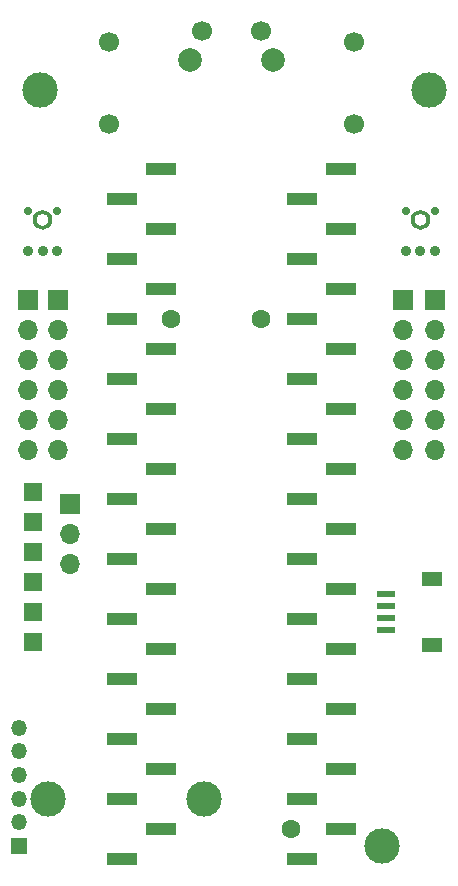
<source format=gbr>
%TF.GenerationSoftware,KiCad,Pcbnew,7.0.1-0*%
%TF.CreationDate,2024-02-14T11:54:32-05:00*%
%TF.ProjectId,Tympan_Rev_F,54796d70-616e-45f5-9265-765f462e6b69,rev?*%
%TF.SameCoordinates,Original*%
%TF.FileFunction,Soldermask,Bot*%
%TF.FilePolarity,Negative*%
%FSLAX46Y46*%
G04 Gerber Fmt 4.6, Leading zero omitted, Abs format (unit mm)*
G04 Created by KiCad (PCBNEW 7.0.1-0) date 2024-02-14 11:54:32*
%MOMM*%
%LPD*%
G01*
G04 APERTURE LIST*
%ADD10C,0.300000*%
%ADD11C,1.700000*%
%ADD12R,1.700000X1.700000*%
%ADD13O,1.700000X1.700000*%
%ADD14C,3.000000*%
%ADD15R,1.350000X1.350000*%
%ADD16O,1.350000X1.350000*%
%ADD17C,2.000000*%
%ADD18C,0.900000*%
%ADD19C,0.700000*%
%ADD20R,2.510000X1.000000*%
%ADD21C,1.600000*%
%ADD22R,1.800000X1.200000*%
%ADD23R,1.550000X0.600000*%
%ADD24R,1.500000X1.500000*%
G04 APERTURE END LIST*
D10*
X170075250Y-77700000D02*
G75*
G03*
X170075250Y-77700000I-675250J0D01*
G01*
X138075250Y-77700000D02*
G75*
G03*
X138075250Y-77700000I-675250J0D01*
G01*
D11*
X163800000Y-62600000D03*
X163800000Y-69600000D03*
X143000000Y-62600000D03*
X143000000Y-69600000D03*
D12*
X136175000Y-84500000D03*
D13*
X136175000Y-87040000D03*
X136175000Y-89580000D03*
X136175000Y-92120000D03*
X136175000Y-94660000D03*
X136175000Y-97200000D03*
D12*
X167900000Y-84500000D03*
D13*
X167900000Y-87040000D03*
X167900000Y-89580000D03*
X167900000Y-92120000D03*
X167900000Y-94660000D03*
X167900000Y-97200000D03*
D12*
X170600000Y-84500000D03*
D13*
X170600000Y-87040000D03*
X170600000Y-89580000D03*
X170600000Y-92120000D03*
X170600000Y-94660000D03*
X170600000Y-97200000D03*
D14*
X170150000Y-66700000D03*
X137150000Y-66700000D03*
D12*
X139700000Y-101760000D03*
D13*
X139700000Y-104300000D03*
X139700000Y-106840000D03*
D12*
X138750000Y-84500000D03*
D13*
X138750000Y-87040000D03*
X138750000Y-89580000D03*
X138750000Y-92120000D03*
X138750000Y-94660000D03*
X138750000Y-97200000D03*
D14*
X166150000Y-130700000D03*
X137850000Y-126700000D03*
X151050000Y-126700000D03*
D15*
X135400000Y-130700000D03*
D16*
X135400000Y-128700000D03*
X135400000Y-126700000D03*
X135400000Y-124700000D03*
X135400000Y-122700000D03*
X135400000Y-120700000D03*
D11*
X155900000Y-61700000D03*
X150900000Y-61700000D03*
D17*
X156900000Y-64200000D03*
X149900000Y-64200000D03*
D18*
X168135000Y-80316000D03*
D19*
X168135000Y-76910000D03*
X170665000Y-76910000D03*
D18*
X170665000Y-80316000D03*
X169400000Y-80316000D03*
X136135000Y-80316000D03*
D19*
X136135000Y-76910000D03*
X138665000Y-76910000D03*
D18*
X138665000Y-80316000D03*
X137400000Y-80316000D03*
D20*
X144110000Y-131800000D03*
X147420000Y-129260000D03*
X144110000Y-126720000D03*
X147420000Y-124180000D03*
X144110000Y-121640000D03*
X147420000Y-119100000D03*
X144110000Y-116560000D03*
X147420000Y-114020000D03*
X144110000Y-111480000D03*
X147420000Y-108940000D03*
X144110000Y-106400000D03*
X147420000Y-103860000D03*
X144110000Y-101320000D03*
X147420000Y-98780000D03*
X144110000Y-96240000D03*
X147420000Y-93700000D03*
X144110000Y-91160000D03*
X147420000Y-88620000D03*
X144110000Y-86080000D03*
X147420000Y-83540000D03*
X144110000Y-81000000D03*
X147420000Y-78460000D03*
X144110000Y-75920000D03*
X147420000Y-73380000D03*
X162650000Y-73390000D03*
X159340000Y-75930000D03*
X162650000Y-78470000D03*
X159340000Y-81010000D03*
X162650000Y-83550000D03*
X159340000Y-86090000D03*
X162650000Y-88630000D03*
X159340000Y-91170000D03*
X162650000Y-93710000D03*
X159340000Y-96250000D03*
X162650000Y-98790000D03*
X159340000Y-101330000D03*
X162650000Y-103870000D03*
X159340000Y-106410000D03*
X162650000Y-108950000D03*
X159340000Y-111490000D03*
X162650000Y-114030000D03*
X159340000Y-116570000D03*
X162650000Y-119110000D03*
X159340000Y-121650000D03*
X162650000Y-124190000D03*
X159340000Y-126730000D03*
X162650000Y-129270000D03*
X159340000Y-131810000D03*
D21*
X158445000Y-129270000D03*
X148285000Y-86090000D03*
X155865000Y-86100000D03*
D22*
X170337500Y-108100000D03*
X170337500Y-113700000D03*
D23*
X166462500Y-109400000D03*
X166462500Y-110400000D03*
X166462500Y-111400000D03*
X166462500Y-112400000D03*
D24*
X136600000Y-113400000D03*
X136600000Y-110860000D03*
X136600000Y-108320000D03*
X136600000Y-105780000D03*
X136600000Y-103240000D03*
X136600000Y-100700000D03*
M02*

</source>
